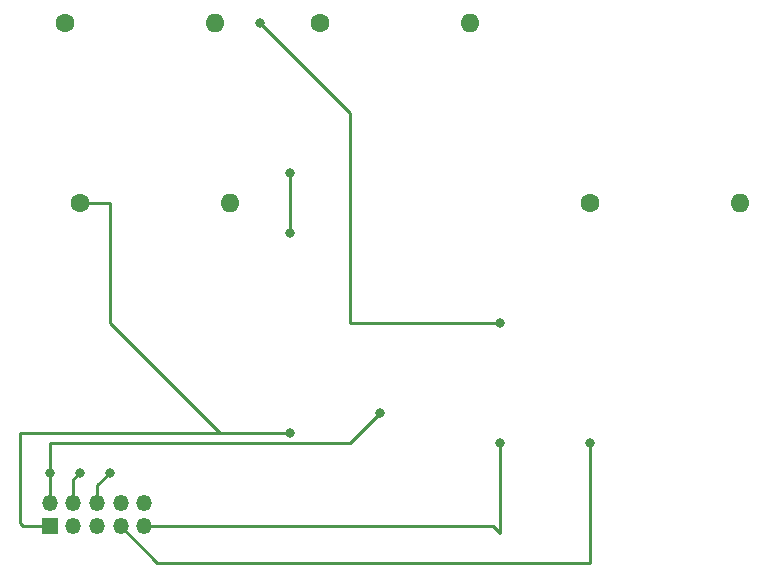
<source format=gbr>
%TF.GenerationSoftware,KiCad,Pcbnew,(7.0.0)*%
%TF.CreationDate,2023-03-24T11:34:11+01:00*%
%TF.ProjectId,PCH-1000JIG,5043482d-3130-4303-904a-49472e6b6963,rev?*%
%TF.SameCoordinates,Original*%
%TF.FileFunction,Copper,L2,Bot*%
%TF.FilePolarity,Positive*%
%FSLAX46Y46*%
G04 Gerber Fmt 4.6, Leading zero omitted, Abs format (unit mm)*
G04 Created by KiCad (PCBNEW (7.0.0)) date 2023-03-24 11:34:11*
%MOMM*%
%LPD*%
G01*
G04 APERTURE LIST*
%TA.AperFunction,ComponentPad*%
%ADD10C,1.600000*%
%TD*%
%TA.AperFunction,ComponentPad*%
%ADD11O,1.600000X1.600000*%
%TD*%
%TA.AperFunction,ComponentPad*%
%ADD12R,1.350000X1.350000*%
%TD*%
%TA.AperFunction,ComponentPad*%
%ADD13O,1.350000X1.350000*%
%TD*%
%TA.AperFunction,ViaPad*%
%ADD14C,0.800000*%
%TD*%
%TA.AperFunction,Conductor*%
%ADD15C,0.250000*%
%TD*%
G04 APERTURE END LIST*
D10*
%TO.P,1k Ohms,1*%
%TO.N,N/C*%
X27940000Y-36380000D03*
D11*
%TO.P,1k Ohms,2*%
X40639999Y-36379999D03*
%TD*%
D12*
%TO.P,Pin Header,1*%
%TO.N,N/C*%
X25399999Y-63779999D03*
D13*
%TO.P,Pin Header,2*%
X25399999Y-61779999D03*
%TO.P,Pin Header,3*%
X27399999Y-63779999D03*
%TO.P,Pin Header,4*%
X27399999Y-61779999D03*
%TO.P,Pin Header,5*%
X29399999Y-63779999D03*
%TO.P,Pin Header,6*%
X29399999Y-61779999D03*
%TO.P,Pin Header,7*%
X31399999Y-63779999D03*
%TO.P,Pin Header,8*%
X31399999Y-61779999D03*
%TO.P,Pin Header,9*%
X33399999Y-63779999D03*
%TO.P,Pin Header,10*%
X33399999Y-61779999D03*
%TD*%
D10*
%TO.P,1k Ohms,1*%
%TO.N,N/C*%
X26670000Y-21140000D03*
D11*
%TO.P,1k Ohms,2*%
X39369999Y-21139999D03*
%TD*%
D10*
%TO.P,1k Ohms,1*%
%TO.N,N/C*%
X48260000Y-21140000D03*
D11*
%TO.P,1k Ohms,2*%
X60959999Y-21139999D03*
%TD*%
D10*
%TO.P,220 Ohms,1*%
%TO.N,N/C*%
X71120000Y-36380000D03*
D11*
%TO.P,220 Ohms,2*%
X83819999Y-36379999D03*
%TD*%
D14*
%TO.N,*%
X45720000Y-55880000D03*
X71120000Y-56700000D03*
X25400000Y-59240000D03*
X30480000Y-59240000D03*
X45720000Y-33840000D03*
X45720000Y-33840000D03*
X63500000Y-46540000D03*
X53340000Y-54160000D03*
X43180000Y-21140000D03*
X63500000Y-56700000D03*
X45720000Y-38920000D03*
X45720000Y-38920000D03*
X27940000Y-59240000D03*
%TD*%
D15*
%TO.N,*%
X39820000Y-55880000D02*
X40640000Y-55880000D01*
X27940000Y-36380000D02*
X30480000Y-36380000D01*
X40640000Y-55880000D02*
X45720000Y-55880000D01*
X22860000Y-55880000D02*
X40640000Y-55880000D01*
X30480000Y-36380000D02*
X30480000Y-46540000D01*
X30480000Y-46540000D02*
X39820000Y-55880000D01*
X22860000Y-63500000D02*
X22860000Y-55880000D01*
X23140000Y-63780000D02*
X22860000Y-63500000D01*
X25400000Y-63780000D02*
X23140000Y-63780000D01*
X50800000Y-46540000D02*
X63500000Y-46540000D01*
X25400000Y-59240000D02*
X25400000Y-56700000D01*
X29400000Y-60320000D02*
X29400000Y-61780000D01*
X63500000Y-64320000D02*
X63500000Y-56700000D01*
X50800000Y-56700000D02*
X53340000Y-54160000D01*
X71120000Y-66860000D02*
X71120000Y-56700000D01*
X25400000Y-59240000D02*
X25400000Y-61780000D01*
X34480000Y-66860000D02*
X31400000Y-63780000D01*
X50800000Y-28760000D02*
X50800000Y-46540000D01*
X27400000Y-59780000D02*
X27400000Y-61780000D01*
X62960000Y-63780000D02*
X33400000Y-63780000D01*
X71120000Y-66860000D02*
X34480000Y-66860000D01*
X25400000Y-56700000D02*
X50800000Y-56700000D01*
X27940000Y-59240000D02*
X27400000Y-59780000D01*
X45720000Y-38920000D02*
X45720000Y-33840000D01*
X30480000Y-59240000D02*
X29400000Y-60320000D01*
X62960000Y-63780000D02*
X63500000Y-64320000D01*
X43180000Y-21140000D02*
X50800000Y-28760000D01*
%TD*%
M02*

</source>
